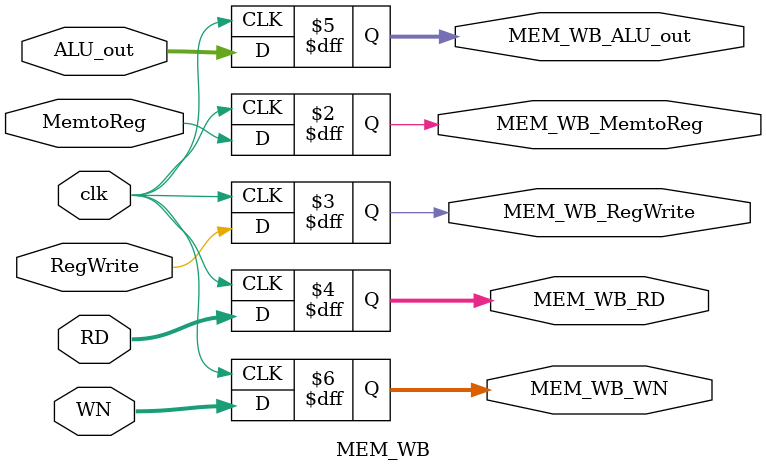
<source format=v>
module MEM_WB( clk, MemtoReg, RegWrite, RD, ALU_out, WN, MEM_WB_MemtoReg, MEM_WB_RegWrite, MEM_WB_RD, MEM_WB_ALU_out, MEM_WB_WN );
	input clk, MemtoReg, RegWrite;
	input [31:0] RD, ALU_out;
	input [4:0] WN;
	
	output MEM_WB_MemtoReg, MEM_WB_RegWrite;
	output [31:0] MEM_WB_RD, MEM_WB_ALU_out;	
	output [4:0] MEM_WB_WN;
	
	reg MEM_WB_MemtoReg, MEM_WB_RegWrite;
	reg [31:0] MEM_WB_RD, MEM_WB_ALU_out;
	reg [4:0] MEM_WB_WN;
	
	always @( posedge clk ) begin

		MEM_WB_ALU_out <= ALU_out;
		MEM_WB_MemtoReg <= MemtoReg;
		MEM_WB_RD <= RD;
		MEM_WB_RegWrite <= RegWrite;
		MEM_WB_WN <= WN;
		
	end
	
	
endmodule
</source>
